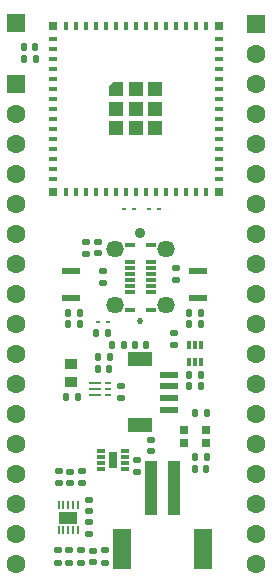
<source format=gbr>
%TF.GenerationSoftware,KiCad,Pcbnew,9.0.7-9.0.7~ubuntu22.04.1*%
%TF.CreationDate,2026-02-10T09:56:37-07:00*%
%TF.ProjectId,ESP32-S3-MINI-1_UU,45535033-322d-4533-932d-4d494e492d31,rev?*%
%TF.SameCoordinates,Original*%
%TF.FileFunction,Soldermask,Top*%
%TF.FilePolarity,Negative*%
%FSLAX46Y46*%
G04 Gerber Fmt 4.6, Leading zero omitted, Abs format (unit mm)*
G04 Created by KiCad (PCBNEW 9.0.7-9.0.7~ubuntu22.04.1) date 2026-02-10 09:56:37*
%MOMM*%
%LPD*%
G01*
G04 APERTURE LIST*
G04 Aperture macros list*
%AMRoundRect*
0 Rectangle with rounded corners*
0 $1 Rounding radius*
0 $2 $3 $4 $5 $6 $7 $8 $9 X,Y pos of 4 corners*
0 Add a 4 corners polygon primitive as box body*
4,1,4,$2,$3,$4,$5,$6,$7,$8,$9,$2,$3,0*
0 Add four circle primitives for the rounded corners*
1,1,$1+$1,$2,$3*
1,1,$1+$1,$4,$5*
1,1,$1+$1,$6,$7*
1,1,$1+$1,$8,$9*
0 Add four rect primitives between the rounded corners*
20,1,$1+$1,$2,$3,$4,$5,0*
20,1,$1+$1,$4,$5,$6,$7,0*
20,1,$1+$1,$6,$7,$8,$9,0*
20,1,$1+$1,$8,$9,$2,$3,0*%
%AMOutline5P*
0 Free polygon, 5 corners , with rotation*
0 The origin of the aperture is its center*
0 number of corners: always 5*
0 $1 to $10 corner X, Y*
0 $11 Rotation angle, in degrees counterclockwise*
0 create outline with 5 corners*
4,1,5,$1,$2,$3,$4,$5,$6,$7,$8,$9,$10,$1,$2,$11*%
%AMOutline6P*
0 Free polygon, 6 corners , with rotation*
0 The origin of the aperture is its center*
0 number of corners: always 6*
0 $1 to $12 corner X, Y*
0 $13 Rotation angle, in degrees counterclockwise*
0 create outline with 6 corners*
4,1,6,$1,$2,$3,$4,$5,$6,$7,$8,$9,$10,$11,$12,$1,$2,$13*%
%AMOutline7P*
0 Free polygon, 7 corners , with rotation*
0 The origin of the aperture is its center*
0 number of corners: always 7*
0 $1 to $14 corner X, Y*
0 $15 Rotation angle, in degrees counterclockwise*
0 create outline with 7 corners*
4,1,7,$1,$2,$3,$4,$5,$6,$7,$8,$9,$10,$11,$12,$13,$14,$1,$2,$15*%
%AMOutline8P*
0 Free polygon, 8 corners , with rotation*
0 The origin of the aperture is its center*
0 number of corners: always 8*
0 $1 to $16 corner X, Y*
0 $17 Rotation angle, in degrees counterclockwise*
0 create outline with 8 corners*
4,1,8,$1,$2,$3,$4,$5,$6,$7,$8,$9,$10,$11,$12,$13,$14,$15,$16,$1,$2,$17*%
G04 Aperture macros list end*
%ADD10RoundRect,0.140000X-0.140000X-0.170000X0.140000X-0.170000X0.140000X0.170000X-0.140000X0.170000X0*%
%ADD11RoundRect,0.135000X0.135000X0.185000X-0.135000X0.185000X-0.135000X-0.185000X0.135000X-0.185000X0*%
%ADD12RoundRect,0.135000X0.185000X-0.135000X0.185000X0.135000X-0.185000X0.135000X-0.185000X-0.135000X0*%
%ADD13RoundRect,0.135000X-0.185000X0.135000X-0.185000X-0.135000X0.185000X-0.135000X0.185000X0.135000X0*%
%ADD14RoundRect,0.062500X-0.117500X-0.062500X0.117500X-0.062500X0.117500X0.062500X-0.117500X0.062500X0*%
%ADD15RoundRect,0.062500X0.117500X0.062500X-0.117500X0.062500X-0.117500X-0.062500X0.117500X-0.062500X0*%
%ADD16R,1.000000X0.900000*%
%ADD17RoundRect,0.140000X0.170000X-0.140000X0.170000X0.140000X-0.170000X0.140000X-0.170000X-0.140000X0*%
%ADD18RoundRect,0.140000X0.140000X0.170000X-0.140000X0.170000X-0.140000X-0.170000X0.140000X-0.170000X0*%
%ADD19R,0.700000X0.700000*%
%ADD20RoundRect,0.147500X0.147500X0.172500X-0.147500X0.172500X-0.147500X-0.172500X0.147500X-0.172500X0*%
%ADD21RoundRect,0.147500X0.172500X-0.147500X0.172500X0.147500X-0.172500X0.147500X-0.172500X-0.147500X0*%
%ADD22R,0.200000X0.750000*%
%ADD23R,1.600000X1.000000*%
%ADD24R,1.600000X1.600000*%
%ADD25C,1.600000*%
%ADD26RoundRect,0.135000X-0.135000X-0.185000X0.135000X-0.185000X0.135000X0.185000X-0.135000X0.185000X0*%
%ADD27R,1.550000X0.600000*%
%ADD28R,2.000000X1.200000*%
%ADD29R,0.700000X0.300000*%
%ADD30R,0.800000X1.380000*%
%ADD31RoundRect,0.140000X-0.170000X0.140000X-0.170000X-0.140000X0.170000X-0.140000X0.170000X0.140000X0*%
%ADD32R,1.000000X4.600000*%
%ADD33R,1.600000X3.400000*%
%ADD34RoundRect,0.147500X-0.172500X0.147500X-0.172500X-0.147500X0.172500X-0.147500X0.172500X0.147500X0*%
%ADD35R,0.800000X0.400000*%
%ADD36R,0.400000X0.800000*%
%ADD37Outline5P,-0.600000X0.204000X-0.204000X0.600000X0.600000X0.600000X0.600000X-0.600000X-0.600000X-0.600000X0.000000*%
%ADD38R,1.200000X1.200000*%
%ADD39R,0.800000X0.800000*%
%ADD40R,1.650000X0.500000*%
%ADD41RoundRect,0.087500X0.087500X-0.250000X0.087500X0.250000X-0.087500X0.250000X-0.087500X-0.250000X0*%
%ADD42C,0.520000*%
%ADD43C,0.890000*%
%ADD44R,0.870000X0.300000*%
%ADD45C,1.460000*%
%ADD46R,0.600000X0.250000*%
%ADD47R,1.000000X0.200000*%
G04 APERTURE END LIST*
D10*
%TO.C,C11*%
X205020000Y-106000000D03*
X205980000Y-106000000D03*
%TD*%
D11*
%TO.C,R14*%
X205510000Y-99000000D03*
X204490000Y-99000000D03*
%TD*%
D12*
%TO.C,R9*%
X195460000Y-108210000D03*
X195460000Y-107190000D03*
%TD*%
D13*
%TO.C,TH1*%
X193360000Y-113890000D03*
X193360000Y-114910000D03*
%TD*%
D14*
%TO.C,D7*%
X201920000Y-85000000D03*
X201080000Y-85000000D03*
%TD*%
D15*
%TO.C,D8*%
X198980000Y-85000000D03*
X199820000Y-85000000D03*
%TD*%
D16*
%TO.C,L1*%
X194500000Y-99662500D03*
X194500000Y-98062500D03*
%TD*%
D17*
%TO.C,C8*%
X196060000Y-112480000D03*
X196060000Y-111520000D03*
%TD*%
D18*
%TO.C,C12*%
X205480000Y-93750000D03*
X204520000Y-93750000D03*
%TD*%
D19*
%TO.C,D6*%
X205915000Y-104800000D03*
X205915000Y-103700000D03*
X204085000Y-103700000D03*
X204085000Y-104800000D03*
%TD*%
D18*
%TO.C,C5*%
X195067500Y-100862500D03*
X194107500Y-100862500D03*
%TD*%
D20*
%TO.C,D4*%
X200870000Y-96500000D03*
X199900000Y-96500000D03*
%TD*%
D13*
%TO.C,R2*%
X194360000Y-113890000D03*
X194360000Y-114910000D03*
%TD*%
%TO.C,R4*%
X203385000Y-89990000D03*
X203385000Y-91010000D03*
%TD*%
D21*
%TO.C,D5*%
X196800000Y-88720000D03*
X196800000Y-87750000D03*
%TD*%
D13*
%TO.C,R12*%
X195800000Y-87750000D03*
X195800000Y-88770000D03*
%TD*%
D22*
%TO.C,IC2*%
X195060000Y-110000000D03*
X194660000Y-110000000D03*
X194260000Y-110000000D03*
X193860000Y-110000000D03*
X193460000Y-110000000D03*
X193460000Y-112200000D03*
X193860000Y-112200000D03*
X194260000Y-112200000D03*
X194660000Y-112200000D03*
X195060000Y-112200000D03*
D23*
X194260000Y-111100000D03*
%TD*%
D24*
%TO.C,J5*%
X189840000Y-74360000D03*
D25*
X189840000Y-76900000D03*
X189840000Y-79440000D03*
X189840000Y-81980000D03*
X189840000Y-84520000D03*
X189840000Y-87060000D03*
X189840000Y-89600000D03*
X189840000Y-92140000D03*
X189840000Y-94680000D03*
X189840000Y-97220000D03*
X189840000Y-99760000D03*
X189840000Y-102300000D03*
X189840000Y-104840000D03*
X189840000Y-107380000D03*
X189840000Y-109920000D03*
X189840000Y-112460000D03*
X189840000Y-115000000D03*
%TD*%
D13*
%TO.C,R3*%
X195360000Y-113890000D03*
X195360000Y-114910000D03*
%TD*%
D26*
%TO.C,R13*%
X194240000Y-94750000D03*
X195260000Y-94750000D03*
%TD*%
D10*
%TO.C,C9*%
X196655000Y-95500000D03*
X197615000Y-95500000D03*
%TD*%
D27*
%TO.C,J3*%
X202761000Y-102000000D03*
X202761000Y-101000000D03*
X202761000Y-100000000D03*
X202761000Y-99000000D03*
D28*
X200336000Y-103300000D03*
X200336000Y-97700000D03*
%TD*%
D17*
%TO.C,C14*%
X203200000Y-96460000D03*
X203200000Y-95500000D03*
%TD*%
D29*
%TO.C,U3*%
X199040000Y-106971130D03*
X199040000Y-106471130D03*
X199040000Y-105971130D03*
X199040000Y-105471130D03*
X197060000Y-105471130D03*
X197060000Y-105971130D03*
X197060000Y-106471130D03*
X197060000Y-106971130D03*
D30*
X198050000Y-106221130D03*
%TD*%
D11*
%TO.C,R16*%
X205510000Y-100000000D03*
X204490000Y-100000000D03*
%TD*%
D31*
%TO.C,C15*%
X200100000Y-106250000D03*
X200100000Y-107210000D03*
%TD*%
D12*
%TO.C,R5*%
X197250000Y-91260000D03*
X197250000Y-90240000D03*
%TD*%
D14*
%TO.C,D1*%
X197635000Y-94550000D03*
X196795000Y-94550000D03*
%TD*%
D17*
%TO.C,C7*%
X201250000Y-105480000D03*
X201250000Y-104520000D03*
%TD*%
D32*
%TO.C,J1*%
X203250000Y-108600000D03*
X201250000Y-108600000D03*
D33*
X205650000Y-113800000D03*
X198850000Y-113800000D03*
%TD*%
D18*
%TO.C,C4*%
X191500000Y-72250000D03*
X190540000Y-72250000D03*
%TD*%
D13*
%TO.C,R1*%
X198750000Y-99940000D03*
X198750000Y-100960000D03*
%TD*%
D24*
%TO.C,J6*%
X210160000Y-69280000D03*
D25*
X210160000Y-71820000D03*
X210160000Y-74360000D03*
X210160000Y-76900000D03*
X210160000Y-79440000D03*
X210160000Y-81980000D03*
X210160000Y-84520000D03*
X210160000Y-87060000D03*
X210160000Y-89600000D03*
X210160000Y-92140000D03*
X210160000Y-94680000D03*
X210160000Y-97220000D03*
X210160000Y-99760000D03*
X210160000Y-102300000D03*
X210160000Y-104840000D03*
X210160000Y-107380000D03*
X210160000Y-109920000D03*
X210160000Y-112460000D03*
X210160000Y-115000000D03*
%TD*%
D34*
%TO.C,D3*%
X196360000Y-113915000D03*
X196360000Y-114885000D03*
%TD*%
D31*
%TO.C,C6*%
X196060000Y-109620000D03*
X196060000Y-110580000D03*
%TD*%
D10*
%TO.C,C1*%
X196810000Y-97500000D03*
X197770000Y-97500000D03*
%TD*%
D12*
%TO.C,R10*%
X197360000Y-114910000D03*
X197360000Y-113890000D03*
%TD*%
D11*
%TO.C,R15*%
X206010000Y-102250000D03*
X204990000Y-102250000D03*
%TD*%
D35*
%TO.C,U2*%
X193000000Y-70550000D03*
X193000000Y-71400000D03*
X193000000Y-72250000D03*
X193000000Y-73100000D03*
X193000000Y-73950000D03*
X193000000Y-74800000D03*
X193000000Y-75650000D03*
X193000000Y-76500000D03*
X193000000Y-77350000D03*
X193000000Y-78200000D03*
X193000000Y-79050000D03*
X193000000Y-79900000D03*
X193000000Y-80750000D03*
X193000000Y-81600000D03*
X193000000Y-82450000D03*
D36*
X194050000Y-83500000D03*
X194900000Y-83500000D03*
X195750000Y-83500000D03*
X196600000Y-83500000D03*
X197450000Y-83500000D03*
X198300000Y-83500000D03*
X199150000Y-83500000D03*
X200000000Y-83500000D03*
X200850000Y-83500000D03*
X201700000Y-83500000D03*
X202550000Y-83500000D03*
X203400000Y-83500000D03*
X204250000Y-83500000D03*
X205100000Y-83500000D03*
X205950000Y-83500000D03*
D35*
X207000000Y-82450000D03*
X207000000Y-81600000D03*
X207000000Y-80750000D03*
X207000000Y-79900000D03*
X207000000Y-79050000D03*
X207000000Y-78200000D03*
X207000000Y-77350000D03*
X207000000Y-76500000D03*
X207000000Y-75650000D03*
X207000000Y-74800000D03*
X207000000Y-73950000D03*
X207000000Y-73100000D03*
X207000000Y-72250000D03*
X207000000Y-71400000D03*
X207000000Y-70550000D03*
D36*
X205950000Y-69500000D03*
X205100000Y-69500000D03*
X204250000Y-69500000D03*
X203400000Y-69500000D03*
X202550000Y-69500000D03*
X201700000Y-69500000D03*
X200850000Y-69500000D03*
X200000000Y-69500000D03*
X199150000Y-69500000D03*
X198300000Y-69500000D03*
X197450000Y-69500000D03*
X196600000Y-69500000D03*
X195750000Y-69500000D03*
X194900000Y-69500000D03*
X194050000Y-69500000D03*
D37*
X198350000Y-74850000D03*
D38*
X198350000Y-76500000D03*
X198350000Y-78150000D03*
X200000000Y-74850000D03*
X200000000Y-76500000D03*
X200000000Y-78150000D03*
X201650000Y-74850000D03*
X201650000Y-76500000D03*
X201650000Y-78150000D03*
D39*
X193000000Y-69500000D03*
X193000000Y-83500000D03*
X207000000Y-83500000D03*
X207000000Y-69500000D03*
%TD*%
D18*
%TO.C,C13*%
X205960000Y-107000000D03*
X205000000Y-107000000D03*
%TD*%
D40*
%TO.C,S1*%
X194500000Y-90250000D03*
X194500000Y-92550000D03*
%TD*%
D10*
%TO.C,C10*%
X194270000Y-93750000D03*
X195230000Y-93750000D03*
%TD*%
D26*
%TO.C,R11*%
X197990000Y-96500000D03*
X199010000Y-96500000D03*
%TD*%
D41*
%TO.C,U4*%
X204500000Y-97912500D03*
X205000000Y-97912500D03*
X205500000Y-97912500D03*
X205500000Y-96487500D03*
X205000000Y-96487500D03*
X204500000Y-96487500D03*
%TD*%
D26*
%TO.C,R17*%
X204490000Y-94750000D03*
X205510000Y-94750000D03*
%TD*%
D24*
%TO.C,J4*%
X189875000Y-69270000D03*
%TD*%
D18*
%TO.C,C3*%
X191480000Y-71250000D03*
X190520000Y-71250000D03*
%TD*%
D10*
%TO.C,C2*%
X196790000Y-98500000D03*
X197750000Y-98500000D03*
%TD*%
D42*
%TO.C,J2*%
X200385000Y-94500000D03*
D43*
X200385000Y-87000000D03*
D44*
X199520000Y-93500000D03*
X199520000Y-92000000D03*
X199520000Y-91500000D03*
X199520000Y-91000000D03*
X199520000Y-90500000D03*
X199520000Y-90000000D03*
X199520000Y-89500000D03*
X199520000Y-88000000D03*
X201250000Y-88000000D03*
X201250000Y-89500000D03*
X201250000Y-90000000D03*
X201250000Y-90500000D03*
X201250000Y-91000000D03*
X201250000Y-91500000D03*
X201250000Y-92000000D03*
X201250000Y-93500000D03*
D45*
X198235000Y-93150000D03*
X198235000Y-88350000D03*
X202535000Y-88350000D03*
X202535000Y-93150000D03*
%TD*%
D12*
%TO.C,R8*%
X193460000Y-108210000D03*
X193460000Y-107190000D03*
%TD*%
D40*
%TO.C,S2*%
X205250000Y-90250000D03*
X205250000Y-92550000D03*
%TD*%
D46*
%TO.C,IC1*%
X197600000Y-100750000D03*
X197600000Y-100250000D03*
X197600000Y-99750000D03*
D47*
X196500000Y-99750000D03*
X196500000Y-100250000D03*
X196500000Y-100750000D03*
%TD*%
D21*
%TO.C,D2*%
X194460000Y-108185000D03*
X194460000Y-107215000D03*
%TD*%
M02*

</source>
